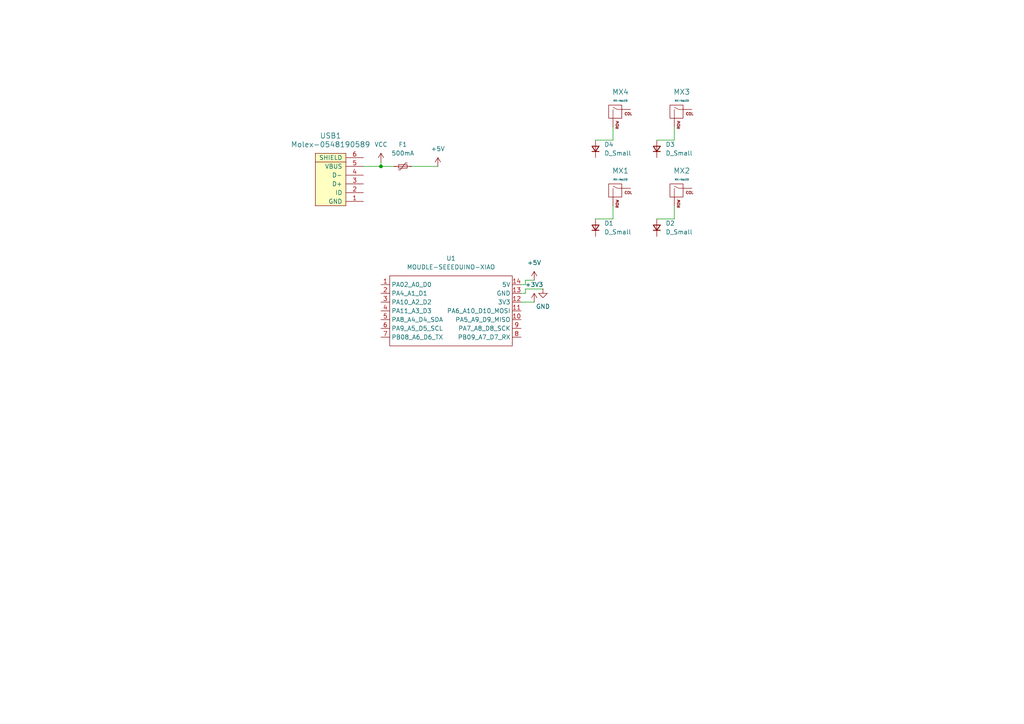
<source format=kicad_sch>
(kicad_sch (version 20231120) (generator "eeschema") (generator_version "8.0")
  (paper "A4")
  (lib_symbols
    (symbol "Device:D_Small" (pin_numbers hide) (pin_names (offset 0.254) hide)
      (property "Reference" "D" (at -1.27 2.032 0))
      (property "Value" "D_Small" (at -3.81 -2.032 0))
      (symbol "D_Small_0_1"
        (polyline (pts (xy -0.762 -1.016) (xy -0.762 1.016)) (stroke (width 0.254)))
        (polyline (pts (xy -0.762 0) (xy 0.762 0)))
        (polyline (pts (xy 0.762 -1.016) (xy -0.762 0) (xy 0.762 1.016) (xy 0.762 -1.016)) (stroke (width 0.254)))
      )
      (symbol "D_Small_1_1"
        (pin passive line (at -2.54 0 0) (length 1.778) (name "K") (number "1"))
        (pin passive line (at 2.54 0 180) (length 1.778) (name "A") (number "2"))
      )
    )
    (symbol "Device:Polyfuse_Small" (pin_numbers hide) (pin_names (offset 0))
      (property "Reference" "F" (at -1.905 0 90))
      (property "Value" "Polyfuse_Small" (at 1.905 0 90))
      (symbol "Polyfuse_Small_0_1"
        (rectangle (start -0.508 1.27) (end 0.508 -1.27))
        (polyline (pts (xy 0 2.54) (xy 0 -2.54)))
        (polyline (pts (xy -1.016 1.27) (xy -1.016 0.762) (xy 1.016 -0.762) (xy 1.016 -1.27)))
      )
      (symbol "Polyfuse_Small_1_1"
        (pin passive line (at 0 2.54 270) (length 0.635) (name "~") (number "1"))
        (pin passive line (at 0 -2.54 90) (length 0.635) (name "~") (number "2"))
      )
    )
    (symbol "MOUDLE-SEEEDUINO-XIAO:MOUDLE-SEEEDUINO-XIAO"
      (property "Reference" "U" (at -16.51 11.43 0))
      (property "Value" "MOUDLE-SEEEDUINO-XIAO" (at -3.81 -11.43 0))
      (symbol "MOUDLE-SEEEDUINO-XIAO_0_1"
        (rectangle (start -16.51 10.16) (end 19.05 -10.16))
      )
      (symbol "MOUDLE-SEEEDUINO-XIAO_1_1"
        (pin passive line (at -19.05 7.62 0) (length 2.54) (name "PA02_A0_D0") (number "1"))
        (pin passive line (at 21.59 -2.54 180) (length 2.54) (name "PA5_A9_D9_MISO") (number "10"))
        (pin passive line (at 21.59 0 180) (length 2.54) (name "PA6_A10_D10_MOSI") (number "11"))
        (pin passive line (at 21.59 2.54 180) (length 2.54) (name "3V3") (number "12"))
        (pin passive line (at 21.59 5.08 180) (length 2.54) (name "GND") (number "13"))
        (pin passive line (at 21.59 7.62 180) (length 2.54) (name "5V") (number "14"))
        (pin passive line (at -19.05 5.08 0) (length 2.54) (name "PA4_A1_D1") (number "2"))
        (pin passive line (at -19.05 2.54 0) (length 2.54) (name "PA10_A2_D2") (number "3"))
        (pin passive line (at -19.05 0 0) (length 2.54) (name "PA11_A3_D3") (number "4"))
        (pin passive line (at -19.05 -2.54 0) (length 2.54) (name "PA8_A4_D4_SDA") (number "5"))
        (pin passive line (at -19.05 -5.08 0) (length 2.54) (name "PA9_A5_D5_SCL") (number "6"))
        (pin passive line (at -19.05 -7.62 0) (length 2.54) (name "PB08_A6_D6_TX") (number "7"))
        (pin passive line (at 21.59 -7.62 180) (length 2.54) (name "PB09_A7_D7_RX") (number "8"))
        (pin passive line (at 21.59 -5.08 180) (length 2.54) (name "PA7_A8_D8_SCK") (number "9"))
      )
    )
    (symbol "MX_Alps_Hybrid:MX-NoLED" (pin_names (offset 1.016))
      (property "Reference" "MX" (at -0.635 3.81 0))
      (property "Value" "MX-NoLED" (at -0.635 1.27 0))
      (symbol "MX-NoLED_0_0"
        (rectangle (start -2.54 2.54) (end 1.27 -1.27))
        (polyline (pts (xy -1.27 -1.27) (xy -1.27 1.27)) (stroke (width 0.127)))
        (polyline (pts (xy 1.27 1.27) (xy 0 1.27) (xy -1.27 1.905)) (stroke (width 0.127)))
        (text "COL" (at 3.175 0 0) (effects (font (size 0.762 0.762))))
        (text "ROW" (at 0 -1.905 900) (effects (font (size 0.762 0.762)) (justify right)))
      )
      (symbol "MX-NoLED_1_1"
        (pin passive line (at 3.81 1.27 180) (length 2.54) (name "COL") (number "1"))
        (pin passive line (at -1.27 -3.81 90) (length 2.54) (name "ROW") (number "2"))
      )
    )
    (symbol "power:+3V3" (power) (pin_numbers hide) (pin_names (offset 0) hide)
      (property "Value" "+3V3" (at 0 3.556 0))
      (symbol "+3V3_0_1"
        (polyline (pts (xy -0.762 1.27) (xy 0 2.54)))
        (polyline (pts (xy 0 0) (xy 0 2.54)))
        (polyline (pts (xy 0 2.54) (xy 0.762 1.27)))
      )
      (symbol "+3V3_1_1"
        (pin power_in line (at 0 0 90) (length 0) (name "~") (number "1"))
      )
    )
    (symbol "power:+5V" (power) (pin_numbers hide) (pin_names (offset 0) hide)
      (property "Value" "+5V" (at 0 3.556 0))
      (symbol "+5V_0_1"
        (polyline (pts (xy -0.762 1.27) (xy 0 2.54)))
        (polyline (pts (xy 0 0) (xy 0 2.54)))
        (polyline (pts (xy 0 2.54) (xy 0.762 1.27)))
      )
      (symbol "+5V_1_1"
        (pin power_in line (at 0 0 90) (length 0) (name "~") (number "1"))
      )
    )
    (symbol "power:GND" (power) (pin_numbers hide) (pin_names (offset 0) hide)
      (property "Value" "GND" (at 0 -3.81 0))
      (symbol "GND_0_1"
        (polyline (pts (xy 0 0) (xy 0 -1.27) (xy 1.27 -1.27) (xy 0 -2.54) (xy -1.27 -1.27) (xy 0 -1.27)))
      )
      (symbol "GND_1_1"
        (pin power_in line (at 0 0 270) (length 0) (name "~") (number "1"))
      )
    )
    (symbol "power:VCC" (power) (pin_numbers hide) (pin_names (offset 0) hide)
      (property "Value" "VCC" (at 0 3.556 0))
      (symbol "VCC_0_1"
        (polyline (pts (xy -0.762 1.27) (xy 0 2.54)))
        (polyline (pts (xy 0 0) (xy 0 2.54)))
        (polyline (pts (xy 0 2.54) (xy 0.762 1.27)))
      )
      (symbol "VCC_1_1"
        (pin power_in line (at 0 0 90) (length 0) (name "~") (number "1"))
      )
    )
    (symbol "random-keyboard-parts:Molex-0548190589" (pin_names (offset 1.016))
      (property "Reference" "USB" (at 0 7.62 0))
      (property "Value" "Molex-0548190589" (at 0 10.16 0))
      (symbol "Molex-0548190589_0_0"
        (polyline (pts (xy 6.35 -2.54) (xy 6.35 6.35)))
        (rectangle (start 8.89 -2.54) (end -6.35 6.35) (fill (type background)))
      )
      (symbol "Molex-0548190589_1_1"
        (pin input line (at -5.08 -7.62 90) (length 5.08) (name "GND") (number "1"))
        (pin input line (at -2.54 -7.62 90) (length 5.08) (name "ID") (number "2"))
        (pin input line (at 0 -7.62 90) (length 5.08) (name "D+") (number "3"))
        (pin input line (at 2.54 -7.62 90) (length 5.08) (name "D-") (number "4"))
        (pin input line (at 5.08 -7.62 90) (length 5.08) (name "VBUS") (number "5"))
        (pin input line (at 7.62 -7.62 90) (length 5.08) (name "SHIELD") (number "6"))
      )
    )
  )
  (junction (at 110.49 48.26))
  (wire (pts (xy 119.38 48.26) (xy 127 48.26)))
  (wire (pts (xy 177.8 40.64) (xy 177.8 36.83)))
  (wire (pts (xy 151.13 87.63) (xy 154.94 87.63)))
  (wire (pts (xy 152.4 83.82) (xy 152.4 85.09)))
  (wire (pts (xy 110.49 48.26) (xy 114.3 48.26)))
  (wire (pts (xy 105.41 48.26) (xy 110.49 48.26)))
  (wire (pts (xy 172.72 40.64) (xy 177.8 40.64)))
  (wire (pts (xy 110.49 46.99) (xy 110.49 48.26)))
  (wire (pts (xy 172.72 63.5) (xy 177.8 63.5)))
  (wire (pts (xy 190.5 40.64) (xy 195.58 40.64)))
  (wire (pts (xy 152.4 81.28) (xy 154.94 81.28)))
  (wire (pts (xy 152.4 81.28) (xy 152.4 82.55)))
  (wire (pts (xy 177.8 63.5) (xy 177.8 59.69)))
  (wire (pts (xy 152.4 82.55) (xy 151.13 82.55)))
  (wire (pts (xy 152.4 85.09) (xy 151.13 85.09)))
  (wire (pts (xy 152.4 83.82) (xy 157.48 83.82)))
  (wire (pts (xy 195.58 40.64) (xy 195.58 36.83)))
  (wire (pts (xy 195.58 63.5) (xy 195.58 59.69)))
  (wire (pts (xy 190.5 63.5) (xy 195.58 63.5)))
  (symbol (lib_id "power:+5V") (at 127 48.26 0) (unit 1)
    (property "Reference" "#PWR04" (effects (hide yes)))
    (property "Value" "+5V" (at 127 43.18 0))
    (property "Description" "Power symbol creates a global label with name \"+5V\"" (effects (hide yes)))
  )
  (symbol (lib_id "Device:Polyfuse_Small") (at 116.84 48.26 90) (unit 1)
    (property "Reference" "F1" (at 116.84 41.91 90))
    (property "Value" "500mA" (at 116.84 44.45 90))
    (property "Description" "Resettable fuse, polymeric positive temperature coefficient, small symbol" (effects (hide yes)))
  )
  (symbol (lib_id "power:+5V") (at 154.94 81.28 0) (unit 1)
    (property "Reference" "#PWR01" (effects (hide yes)))
    (property "Value" "+5V" (at 154.94 76.2 0))
    (property "Description" "Power symbol creates a global label with name \"+5V\"" (effects (hide yes)))
  )
  (symbol (lib_id "MX_Alps_Hybrid:MX-NoLED") (at 196.85 33.02 0) (unit 1)
    (property "Reference" "MX3" (at 197.7452 26.67 0) (effects (font (size 1.524 1.524))))
    (property "Value" "MX-NoLED" (at 197.7452 29.21 0) (effects (font (size 0.508 0.508))))
  )
  (symbol (lib_id "Device:D_Small") (at 190.5 43.18 90) (unit 1)
    (property "Reference" "D3" (at 193.04 41.9099 90) (effects (justify right)))
    (property "Value" "D_Small" (at 193.04 44.4499 90) (effects (justify right)))
    (property "Description" "Diode, small symbol" (effects (hide yes)))
    (property "Sim.Device" "D" (effects (hide yes)))
    (property "Sim.Pins" "1=K 2=A" (effects (hide yes)))
  )
  (symbol (lib_id "power:VCC") (at 110.49 46.99 0) (unit 1)
    (property "Reference" "#PWR05" (effects (hide yes)))
    (property "Value" "VCC" (at 110.49 41.91 0))
    (property "Description" "Power symbol creates a global label with name \"VCC\"" (effects (hide yes)))
  )
  (symbol (lib_id "random-keyboard-parts:Molex-0548190589") (at 97.79 53.34 90) (unit 1)
    (property "Reference" "USB1" (at 95.885 39.37 90) (effects (font (size 1.524 1.524))))
    (property "Value" "Molex-0548190589" (at 95.885 41.91 90) (effects (font (size 1.524 1.524))))
  )
  (symbol (lib_id "Device:D_Small") (at 172.72 43.18 90) (unit 1)
    (property "Reference" "D4" (at 175.26 41.9099 90) (effects (justify right)))
    (property "Value" "D_Small" (at 175.26 44.4499 90) (effects (justify right)))
    (property "Description" "Diode, small symbol" (effects (hide yes)))
    (property "Sim.Device" "D" (effects (hide yes)))
    (property "Sim.Pins" "1=K 2=A" (effects (hide yes)))
  )
  (symbol (lib_id "power:+3V3") (at 154.94 87.63 0) (unit 1)
    (property "Reference" "#PWR02" (effects (hide yes)))
    (property "Value" "+3V3" (at 154.94 82.55 0))
    (property "Description" "Power symbol creates a global label with name \"+3V3\"" (effects (hide yes)))
  )
  (symbol (lib_id "Device:D_Small") (at 172.72 66.04 90) (unit 1)
    (property "Reference" "D1" (at 175.26 64.7699 90) (effects (justify right)))
    (property "Value" "D_Small" (at 175.26 67.3099 90) (effects (justify right)))
    (property "Description" "Diode, small symbol" (effects (hide yes)))
    (property "Sim.Device" "D" (effects (hide yes)))
    (property "Sim.Pins" "1=K 2=A" (effects (hide yes)))
  )
  (symbol (lib_id "MX_Alps_Hybrid:MX-NoLED") (at 196.85 55.88 0) (unit 1)
    (property "Reference" "MX2" (at 197.7452 49.53 0) (effects (font (size 1.524 1.524))))
    (property "Value" "MX-NoLED" (at 197.7452 52.07 0) (effects (font (size 0.508 0.508))))
  )
  (symbol (lib_id "Device:D_Small") (at 190.5 66.04 90) (unit 1)
    (property "Reference" "D2" (at 193.04 64.7699 90) (effects (justify right)))
    (property "Value" "D_Small" (at 193.04 67.3099 90) (effects (justify right)))
    (property "Description" "Diode, small symbol" (effects (hide yes)))
    (property "Sim.Device" "D" (effects (hide yes)))
    (property "Sim.Pins" "1=K 2=A" (effects (hide yes)))
  )
  (symbol (lib_id "MX_Alps_Hybrid:MX-NoLED") (at 179.07 55.88 0) (unit 1)
    (property "Reference" "MX1" (at 179.9652 49.53 0) (effects (font (size 1.524 1.524))))
    (property "Value" "MX-NoLED" (at 179.9652 52.07 0) (effects (font (size 0.508 0.508))))
  )
  (symbol (lib_id "power:GND") (at 157.48 83.82 0) (unit 1)
    (property "Reference" "#PWR03" (effects (hide yes)))
    (property "Value" "GND" (at 157.48 88.9 0))
    (property "Description" "Power symbol creates a global label with name \"GND\" , ground" (effects (hide yes)))
  )
  (symbol (lib_id "MX_Alps_Hybrid:MX-NoLED") (at 179.07 33.02 0) (unit 1)
    (property "Reference" "MX4" (at 179.9652 26.67 0) (effects (font (size 1.524 1.524))))
    (property "Value" "MX-NoLED" (at 179.9652 29.21 0) (effects (font (size 0.508 0.508))))
  )
  (symbol (lib_id "MOUDLE-SEEEDUINO-XIAO:MOUDLE-SEEEDUINO-XIAO") (at 129.54 90.17 0) (unit 1)
    (property "Reference" "U1" (at 130.81 74.93 0))
    (property "Value" "MOUDLE-SEEEDUINO-XIAO" (at 130.81 77.47 0))
  )
)
</source>
